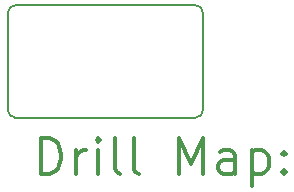
<source format=gbr>
%FSLAX45Y45*%
G04 Gerber Fmt 4.5, Leading zero omitted, Abs format (unit mm)*
G04 Created by KiCad (PCBNEW (5.0.2)-1) date 30.01.2020 16:06:45*
%MOMM*%
%LPD*%
G01*
G04 APERTURE LIST*
%ADD10C,0.150000*%
%ADD11C,0.200000*%
%ADD12C,0.300000*%
G04 APERTURE END LIST*
D10*
X15240000Y-6223000D02*
G75*
G02X15176500Y-6286500I-63500J0D01*
G01*
D11*
X15240000Y-5397500D02*
X15240000Y-6223000D01*
D10*
X15176500Y-5334000D02*
G75*
G02X15240000Y-5397500I0J-63500D01*
G01*
D11*
X13652500Y-6286500D02*
X15176500Y-6286500D01*
D10*
X13589000Y-5397500D02*
G75*
G02X13652500Y-5334000I63500J0D01*
G01*
X13652500Y-6286500D02*
G75*
G02X13589000Y-6223000I0J63500D01*
G01*
X13589000Y-5397500D02*
X13589000Y-6223000D01*
D11*
X13652500Y-5334000D02*
X15176500Y-5334000D01*
D11*
D12*
X13867928Y-6762214D02*
X13867928Y-6462214D01*
X13939357Y-6462214D01*
X13982214Y-6476500D01*
X14010786Y-6505071D01*
X14025071Y-6533643D01*
X14039357Y-6590786D01*
X14039357Y-6633643D01*
X14025071Y-6690786D01*
X14010786Y-6719357D01*
X13982214Y-6747929D01*
X13939357Y-6762214D01*
X13867928Y-6762214D01*
X14167928Y-6762214D02*
X14167928Y-6562214D01*
X14167928Y-6619357D02*
X14182214Y-6590786D01*
X14196500Y-6576500D01*
X14225071Y-6562214D01*
X14253643Y-6562214D01*
X14353643Y-6762214D02*
X14353643Y-6562214D01*
X14353643Y-6462214D02*
X14339357Y-6476500D01*
X14353643Y-6490786D01*
X14367928Y-6476500D01*
X14353643Y-6462214D01*
X14353643Y-6490786D01*
X14539357Y-6762214D02*
X14510786Y-6747929D01*
X14496500Y-6719357D01*
X14496500Y-6462214D01*
X14696500Y-6762214D02*
X14667928Y-6747929D01*
X14653643Y-6719357D01*
X14653643Y-6462214D01*
X15039357Y-6762214D02*
X15039357Y-6462214D01*
X15139357Y-6676500D01*
X15239357Y-6462214D01*
X15239357Y-6762214D01*
X15510786Y-6762214D02*
X15510786Y-6605071D01*
X15496500Y-6576500D01*
X15467928Y-6562214D01*
X15410786Y-6562214D01*
X15382214Y-6576500D01*
X15510786Y-6747929D02*
X15482214Y-6762214D01*
X15410786Y-6762214D01*
X15382214Y-6747929D01*
X15367928Y-6719357D01*
X15367928Y-6690786D01*
X15382214Y-6662214D01*
X15410786Y-6647929D01*
X15482214Y-6647929D01*
X15510786Y-6633643D01*
X15653643Y-6562214D02*
X15653643Y-6862214D01*
X15653643Y-6576500D02*
X15682214Y-6562214D01*
X15739357Y-6562214D01*
X15767928Y-6576500D01*
X15782214Y-6590786D01*
X15796500Y-6619357D01*
X15796500Y-6705071D01*
X15782214Y-6733643D01*
X15767928Y-6747929D01*
X15739357Y-6762214D01*
X15682214Y-6762214D01*
X15653643Y-6747929D01*
X15925071Y-6733643D02*
X15939357Y-6747929D01*
X15925071Y-6762214D01*
X15910786Y-6747929D01*
X15925071Y-6733643D01*
X15925071Y-6762214D01*
X15925071Y-6576500D02*
X15939357Y-6590786D01*
X15925071Y-6605071D01*
X15910786Y-6590786D01*
X15925071Y-6576500D01*
X15925071Y-6605071D01*
M02*

</source>
